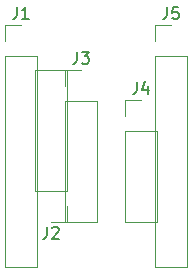
<source format=gto>
G04 #@! TF.GenerationSoftware,KiCad,Pcbnew,(6.0.2)*
G04 #@! TF.CreationDate,2025-01-10T20:47:15+01:00*
G04 #@! TF.ProjectId,adapter,61646170-7465-4722-9e6b-696361645f70,rev?*
G04 #@! TF.SameCoordinates,Original*
G04 #@! TF.FileFunction,Legend,Top*
G04 #@! TF.FilePolarity,Positive*
%FSLAX46Y46*%
G04 Gerber Fmt 4.6, Leading zero omitted, Abs format (unit mm)*
G04 Created by KiCad (PCBNEW (6.0.2)) date 2025-01-10 20:47:15*
%MOMM*%
%LPD*%
G01*
G04 APERTURE LIST*
%ADD10C,0.150000*%
%ADD11C,0.120000*%
%ADD12R,1.700000X1.700000*%
%ADD13O,1.700000X1.700000*%
G04 APERTURE END LIST*
D10*
X139366666Y-100842380D02*
X139366666Y-101556666D01*
X139319047Y-101699523D01*
X139223809Y-101794761D01*
X139080952Y-101842380D01*
X138985714Y-101842380D01*
X139795238Y-100937619D02*
X139842857Y-100890000D01*
X139938095Y-100842380D01*
X140176190Y-100842380D01*
X140271428Y-100890000D01*
X140319047Y-100937619D01*
X140366666Y-101032857D01*
X140366666Y-101128095D01*
X140319047Y-101270952D01*
X139747619Y-101842380D01*
X140366666Y-101842380D01*
X136826666Y-82227380D02*
X136826666Y-82941666D01*
X136779047Y-83084523D01*
X136683809Y-83179761D01*
X136540952Y-83227380D01*
X136445714Y-83227380D01*
X137826666Y-83227380D02*
X137255238Y-83227380D01*
X137540952Y-83227380D02*
X137540952Y-82227380D01*
X137445714Y-82370238D01*
X137350476Y-82465476D01*
X137255238Y-82513095D01*
X146986666Y-88562380D02*
X146986666Y-89276666D01*
X146939047Y-89419523D01*
X146843809Y-89514761D01*
X146700952Y-89562380D01*
X146605714Y-89562380D01*
X147891428Y-88895714D02*
X147891428Y-89562380D01*
X147653333Y-88514761D02*
X147415238Y-89229047D01*
X148034285Y-89229047D01*
X149526666Y-82227380D02*
X149526666Y-82941666D01*
X149479047Y-83084523D01*
X149383809Y-83179761D01*
X149240952Y-83227380D01*
X149145714Y-83227380D01*
X150479047Y-82227380D02*
X150002857Y-82227380D01*
X149955238Y-82703571D01*
X150002857Y-82655952D01*
X150098095Y-82608333D01*
X150336190Y-82608333D01*
X150431428Y-82655952D01*
X150479047Y-82703571D01*
X150526666Y-82798809D01*
X150526666Y-83036904D01*
X150479047Y-83132142D01*
X150431428Y-83179761D01*
X150336190Y-83227380D01*
X150098095Y-83227380D01*
X150002857Y-83179761D01*
X149955238Y-83132142D01*
X141906666Y-86022380D02*
X141906666Y-86736666D01*
X141859047Y-86879523D01*
X141763809Y-86974761D01*
X141620952Y-87022380D01*
X141525714Y-87022380D01*
X142287619Y-86022380D02*
X142906666Y-86022380D01*
X142573333Y-86403333D01*
X142716190Y-86403333D01*
X142811428Y-86450952D01*
X142859047Y-86498571D01*
X142906666Y-86593809D01*
X142906666Y-86831904D01*
X142859047Y-86927142D01*
X142811428Y-86974761D01*
X142716190Y-87022380D01*
X142430476Y-87022380D01*
X142335238Y-86974761D01*
X142287619Y-86927142D01*
D11*
X141030000Y-97790000D02*
X141030000Y-87570000D01*
X141030000Y-97790000D02*
X138370000Y-97790000D01*
X141030000Y-87570000D02*
X138370000Y-87570000D01*
X141030000Y-99060000D02*
X141030000Y-100390000D01*
X141030000Y-100390000D02*
X139700000Y-100390000D01*
X138370000Y-97790000D02*
X138370000Y-87570000D01*
X135830000Y-85105000D02*
X135830000Y-83775000D01*
X135830000Y-86375000D02*
X138490000Y-86375000D01*
X138490000Y-86375000D02*
X138490000Y-104215000D01*
X135830000Y-83775000D02*
X137160000Y-83775000D01*
X135830000Y-86375000D02*
X135830000Y-104215000D01*
X135830000Y-104215000D02*
X138490000Y-104215000D01*
X145990000Y-100390000D02*
X148650000Y-100390000D01*
X145990000Y-92710000D02*
X145990000Y-100390000D01*
X148650000Y-92710000D02*
X148650000Y-100390000D01*
X145990000Y-90110000D02*
X147320000Y-90110000D01*
X145990000Y-91440000D02*
X145990000Y-90110000D01*
X145990000Y-92710000D02*
X148650000Y-92710000D01*
X148530000Y-83775000D02*
X149860000Y-83775000D01*
X151190000Y-86375000D02*
X151190000Y-104215000D01*
X148530000Y-86375000D02*
X148530000Y-104215000D01*
X148530000Y-85105000D02*
X148530000Y-83775000D01*
X148530000Y-104215000D02*
X151190000Y-104215000D01*
X148530000Y-86375000D02*
X151190000Y-86375000D01*
X140910000Y-90170000D02*
X143570000Y-90170000D01*
X140910000Y-100390000D02*
X143570000Y-100390000D01*
X140910000Y-87570000D02*
X142240000Y-87570000D01*
X140910000Y-90170000D02*
X140910000Y-100390000D01*
X140910000Y-88900000D02*
X140910000Y-87570000D01*
X143570000Y-90170000D02*
X143570000Y-100390000D01*
%LPC*%
D12*
X139700000Y-99060000D03*
D13*
X139700000Y-96520000D03*
X139700000Y-93980000D03*
X139700000Y-91440000D03*
X139700000Y-88900000D03*
D12*
X137160000Y-85105000D03*
D13*
X137160000Y-87645000D03*
X137160000Y-90185000D03*
X137160000Y-92725000D03*
X137160000Y-95265000D03*
X137160000Y-97805000D03*
X137160000Y-100345000D03*
X137160000Y-102885000D03*
D12*
X147320000Y-91440000D03*
D13*
X147320000Y-93980000D03*
X147320000Y-96520000D03*
X147320000Y-99060000D03*
D12*
X149860000Y-85105000D03*
D13*
X149860000Y-87645000D03*
X149860000Y-90185000D03*
X149860000Y-92725000D03*
X149860000Y-95265000D03*
X149860000Y-97805000D03*
X149860000Y-100345000D03*
X149860000Y-102885000D03*
D12*
X142240000Y-88900000D03*
D13*
X142240000Y-91440000D03*
X142240000Y-93980000D03*
X142240000Y-96520000D03*
X142240000Y-99060000D03*
M02*

</source>
